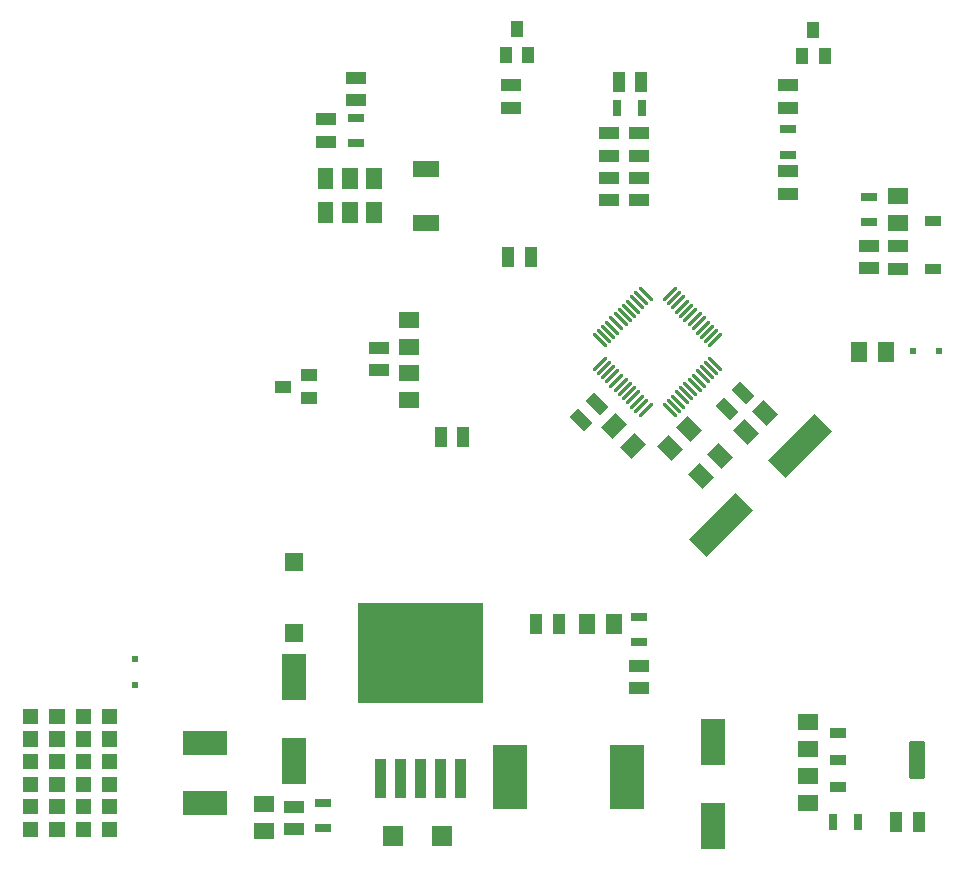
<source format=gbr>
%TF.GenerationSoftware,Altium Limited,Altium Designer,21.8.1 (53)*%
G04 Layer_Color=8421504*
%FSLAX45Y45*%
%MOMM*%
%TF.SameCoordinates,385564F4-8892-4696-B1AD-25C4AC7C7797*%
%TF.FilePolarity,Positive*%
%TF.FileFunction,Paste,Top*%
%TF.Part,Single*%
G01*
G75*
%TA.AperFunction,ConnectorPad*%
%ADD10R,1.00000X1.70000*%
%TA.AperFunction,SMDPad,CuDef*%
%ADD11R,1.52400X1.52400*%
G04:AMPARAMS|DCode=12|XSize=0.28mm|YSize=1.56mm|CornerRadius=0.07mm|HoleSize=0mm|Usage=FLASHONLY|Rotation=225.000|XOffset=0mm|YOffset=0mm|HoleType=Round|Shape=RoundedRectangle|*
%AMROUNDEDRECTD12*
21,1,0.28000,1.42000,0,0,225.0*
21,1,0.14000,1.56000,0,0,225.0*
1,1,0.14000,-0.55154,0.45255*
1,1,0.14000,-0.45255,0.55154*
1,1,0.14000,0.55154,-0.45255*
1,1,0.14000,0.45255,-0.55154*
%
%ADD12ROUNDEDRECTD12*%
G04:AMPARAMS|DCode=13|XSize=0.28mm|YSize=1.56mm|CornerRadius=0.07mm|HoleSize=0mm|Usage=FLASHONLY|Rotation=135.000|XOffset=0mm|YOffset=0mm|HoleType=Round|Shape=RoundedRectangle|*
%AMROUNDEDRECTD13*
21,1,0.28000,1.42000,0,0,135.0*
21,1,0.14000,1.56000,0,0,135.0*
1,1,0.14000,0.45255,0.55154*
1,1,0.14000,0.55154,0.45255*
1,1,0.14000,-0.45255,-0.55154*
1,1,0.14000,-0.55154,-0.45255*
%
%ADD13ROUNDEDRECTD13*%
G04:AMPARAMS|DCode=14|XSize=5.6mm|YSize=2.1mm|CornerRadius=0mm|HoleSize=0mm|Usage=FLASHONLY|Rotation=225.000|XOffset=0mm|YOffset=0mm|HoleType=Round|Shape=Rectangle|*
%AMROTATEDRECTD14*
4,1,4,1.23744,2.72236,2.72236,1.23744,-1.23744,-2.72236,-2.72236,-1.23744,1.23744,2.72236,0.0*
%
%ADD14ROTATEDRECTD14*%

%ADD15R,2.89560X5.41020*%
%ADD19R,1.40000X0.95000*%
%ADD21R,1.40000X1.00000*%
%ADD22R,1.00000X1.40000*%
%ADD23R,1.70000X1.00000*%
%ADD24R,1.44780X0.76200*%
%ADD25R,0.76200X1.44780*%
%ADD26R,1.00000X1.70000*%
%ADD27R,1.70000X1.40000*%
G04:AMPARAMS|DCode=28|XSize=1.4mm|YSize=1.7mm|CornerRadius=0mm|HoleSize=0mm|Usage=FLASHONLY|Rotation=135.000|XOffset=0mm|YOffset=0mm|HoleType=Round|Shape=Rectangle|*
%AMROTATEDRECTD28*
4,1,4,1.09602,0.10607,-0.10607,-1.09602,-1.09602,-0.10607,0.10607,1.09602,1.09602,0.10607,0.0*
%
%ADD28ROTATEDRECTD28*%

G04:AMPARAMS|DCode=29|XSize=1mm|YSize=1.7mm|CornerRadius=0mm|HoleSize=0mm|Usage=FLASHONLY|Rotation=45.000|XOffset=0mm|YOffset=0mm|HoleType=Round|Shape=Rectangle|*
%AMROTATEDRECTD29*
4,1,4,0.24749,-0.95460,-0.95460,0.24749,-0.24749,0.95460,0.95460,-0.24749,0.24749,-0.95460,0.0*
%
%ADD29ROTATEDRECTD29*%

G04:AMPARAMS|DCode=30|XSize=1.4mm|YSize=1.7mm|CornerRadius=0mm|HoleSize=0mm|Usage=FLASHONLY|Rotation=225.000|XOffset=0mm|YOffset=0mm|HoleType=Round|Shape=Rectangle|*
%AMROTATEDRECTD30*
4,1,4,-0.10607,1.09602,1.09602,-0.10607,0.10607,-1.09602,-1.09602,0.10607,-0.10607,1.09602,0.0*
%
%ADD30ROTATEDRECTD30*%

G04:AMPARAMS|DCode=31|XSize=0.93mm|YSize=1.31mm|CornerRadius=0.06975mm|HoleSize=0mm|Usage=FLASHONLY|Rotation=270.000|XOffset=0mm|YOffset=0mm|HoleType=Round|Shape=RoundedRectangle|*
%AMROUNDEDRECTD31*
21,1,0.93000,1.17050,0,0,270.0*
21,1,0.79050,1.31000,0,0,270.0*
1,1,0.13950,-0.58525,-0.39525*
1,1,0.13950,-0.58525,0.39525*
1,1,0.13950,0.58525,0.39525*
1,1,0.13950,0.58525,-0.39525*
%
%ADD31ROUNDEDRECTD31*%
G04:AMPARAMS|DCode=32|XSize=3.24mm|YSize=1.31mm|CornerRadius=0.09825mm|HoleSize=0mm|Usage=FLASHONLY|Rotation=270.000|XOffset=0mm|YOffset=0mm|HoleType=Round|Shape=RoundedRectangle|*
%AMROUNDEDRECTD32*
21,1,3.24000,1.11350,0,0,270.0*
21,1,3.04350,1.31000,0,0,270.0*
1,1,0.19650,-0.55675,-1.52175*
1,1,0.19650,-0.55675,1.52175*
1,1,0.19650,0.55675,1.52175*
1,1,0.19650,0.55675,-1.52175*
%
%ADD32ROUNDEDRECTD32*%
%ADD33R,1.40000X1.70000*%
%ADD34R,2.29000X1.40000*%
%TA.AperFunction,ConnectorPad*%
%ADD36R,1.70000X1.00000*%
%TA.AperFunction,SMDPad,CuDef*%
%ADD37R,3.81000X2.08000*%
%ADD39R,1.80000X1.70000*%
%ADD40R,2.00000X4.00000*%
%ADD142R,0.50000X0.50000*%
%ADD143R,0.50000X0.50000*%
G36*
X3148000Y5679500D02*
X3015000D01*
Y5855500D01*
X3148000D01*
Y5679500D01*
D02*
G37*
G36*
X2942000D02*
X2809000D01*
Y5855500D01*
X2942000D01*
Y5679500D01*
D02*
G37*
G36*
X2736000D02*
X2603000D01*
Y5855500D01*
X2736000D01*
Y5679500D01*
D02*
G37*
G36*
X3148000Y5394500D02*
X3015000D01*
Y5570500D01*
X3148000D01*
Y5394500D01*
D02*
G37*
G36*
X2942000D02*
X2809000D01*
Y5570500D01*
X2942000D01*
Y5394500D01*
D02*
G37*
G36*
X2736000D02*
X2603000D01*
Y5570500D01*
X2736000D01*
Y5394500D01*
D02*
G37*
G36*
X4005000Y1325000D02*
X2945000D01*
Y2175000D01*
X4005000D01*
Y1325000D01*
D02*
G37*
G36*
X908000Y1149100D02*
X777000D01*
Y1279100D01*
X908000D01*
Y1149100D01*
D02*
G37*
G36*
X685000D02*
X554000D01*
Y1279100D01*
X685000D01*
Y1149100D01*
D02*
G37*
G36*
X462000D02*
X331000D01*
Y1279100D01*
X462000D01*
Y1149100D01*
D02*
G37*
G36*
X239000D02*
X108000D01*
Y1279100D01*
X239000D01*
Y1149100D01*
D02*
G37*
G36*
X908000Y958100D02*
X777000D01*
Y1088100D01*
X908000D01*
Y958100D01*
D02*
G37*
G36*
X685000D02*
X554000D01*
Y1088100D01*
X685000D01*
Y958100D01*
D02*
G37*
G36*
X462000D02*
X331000D01*
Y1088100D01*
X462000D01*
Y958100D01*
D02*
G37*
G36*
X239000D02*
X108000D01*
Y1088100D01*
X239000D01*
Y958100D01*
D02*
G37*
G36*
X908000Y767100D02*
X777000D01*
Y897100D01*
X908000D01*
Y767100D01*
D02*
G37*
G36*
X685000D02*
X554000D01*
Y897100D01*
X685000D01*
Y767100D01*
D02*
G37*
G36*
X462000D02*
X331000D01*
Y897100D01*
X462000D01*
Y767100D01*
D02*
G37*
G36*
X239000D02*
X108000D01*
Y897100D01*
X239000D01*
Y767100D01*
D02*
G37*
G36*
X908000Y576100D02*
X777000D01*
Y706100D01*
X908000D01*
Y576100D01*
D02*
G37*
G36*
X685000D02*
X554000D01*
Y706100D01*
X685000D01*
Y576100D01*
D02*
G37*
G36*
X462000D02*
X331000D01*
Y706100D01*
X462000D01*
Y576100D01*
D02*
G37*
G36*
X239000D02*
X108000D01*
Y706100D01*
X239000D01*
Y576100D01*
D02*
G37*
G36*
X3860000Y525000D02*
X3770000D01*
Y855000D01*
X3860000D01*
Y525000D01*
D02*
G37*
G36*
X3690000D02*
X3600000D01*
Y855000D01*
X3690000D01*
Y525000D01*
D02*
G37*
G36*
X3520000D02*
X3430000D01*
Y855000D01*
X3520000D01*
Y525000D01*
D02*
G37*
G36*
X3350000D02*
X3260000D01*
Y855000D01*
X3350000D01*
Y525000D01*
D02*
G37*
G36*
X3180000D02*
X3090000D01*
Y855000D01*
X3180000D01*
Y525000D01*
D02*
G37*
G36*
X908000Y385100D02*
X777000D01*
Y515100D01*
X908000D01*
Y385100D01*
D02*
G37*
G36*
X685000D02*
X554000D01*
Y515100D01*
X685000D01*
Y385100D01*
D02*
G37*
G36*
X462000D02*
X331000D01*
Y515100D01*
X462000D01*
Y385100D01*
D02*
G37*
G36*
X239000D02*
X108000D01*
Y515100D01*
X239000D01*
Y385100D01*
D02*
G37*
G36*
X908000Y194100D02*
X777000D01*
Y324100D01*
X908000D01*
Y194100D01*
D02*
G37*
G36*
X685000D02*
X554000D01*
Y324100D01*
X685000D01*
Y194100D01*
D02*
G37*
G36*
X462000D02*
X331000D01*
Y324100D01*
X462000D01*
Y194100D01*
D02*
G37*
G36*
X239000D02*
X108000D01*
Y324100D01*
X239000D01*
Y194100D01*
D02*
G37*
D10*
X4407920Y5102860D02*
D03*
X4217920D02*
D03*
X4452755Y2000530D02*
D03*
X4642755D02*
D03*
D11*
X2400300Y2521600D02*
D03*
Y1924700D02*
D03*
D12*
X5582436Y3810195D02*
D03*
X5617791Y3845550D02*
D03*
X5653147Y3880906D02*
D03*
X5688502Y3916261D02*
D03*
X5723857Y3951616D02*
D03*
X5759213Y3986972D02*
D03*
X5794568Y4022327D02*
D03*
X5829924Y4057682D02*
D03*
X5865279Y4093038D02*
D03*
X5900633Y4128392D02*
D03*
X5935990Y4163749D02*
D03*
X5971345Y4199104D02*
D03*
X5380204Y4790245D02*
D03*
X5344849Y4754890D02*
D03*
X5309493Y4719534D02*
D03*
X5274138Y4684179D02*
D03*
X5238783Y4648824D02*
D03*
X5203427Y4613468D02*
D03*
X5168072Y4578113D02*
D03*
X5132716Y4542758D02*
D03*
X5097361Y4507402D02*
D03*
X5062007Y4472048D02*
D03*
X5026650Y4436691D02*
D03*
X4991295Y4401336D02*
D03*
D13*
X5971345D02*
D03*
X5935990Y4436691D02*
D03*
X5900634Y4472047D02*
D03*
X5865279Y4507402D02*
D03*
X5829924Y4542757D02*
D03*
X5794568Y4578113D02*
D03*
X5759213Y4613468D02*
D03*
X5723858Y4648824D02*
D03*
X5688502Y4684179D02*
D03*
X5653148Y4719533D02*
D03*
X5617791Y4754890D02*
D03*
X5582436Y4790245D02*
D03*
X4991295Y4199104D02*
D03*
X5026650Y4163749D02*
D03*
X5062006Y4128393D02*
D03*
X5097361Y4093038D02*
D03*
X5132716Y4057683D02*
D03*
X5168072Y4022327D02*
D03*
X5203427Y3986972D02*
D03*
X5238782Y3951616D02*
D03*
X5274138Y3916261D02*
D03*
X5309492Y3880907D02*
D03*
X5344849Y3845550D02*
D03*
X5380204Y3810195D02*
D03*
D14*
X6019204Y2834044D02*
D03*
X6690956Y3505796D02*
D03*
D15*
X4227900Y698500D02*
D03*
X5218500D02*
D03*
D19*
X7813421Y5406192D02*
D03*
Y4999792D02*
D03*
D21*
X2310620Y4008120D02*
D03*
X2530620Y4103120D02*
D03*
Y3913120D02*
D03*
D22*
X6799580Y7026420D02*
D03*
X6894580Y6806420D02*
D03*
X6704580D02*
D03*
X4197600Y6814040D02*
D03*
X4387600D02*
D03*
X4292600Y7034040D02*
D03*
D23*
X6586440Y6366760D02*
D03*
Y6556760D02*
D03*
Y5640760D02*
D03*
Y5830760D02*
D03*
X5320000Y6152340D02*
D03*
Y5962340D02*
D03*
X5070000Y6152340D02*
D03*
Y5962340D02*
D03*
X5067300Y5586980D02*
D03*
Y5776980D02*
D03*
X5320000Y5587340D02*
D03*
Y5777340D02*
D03*
X5325000Y1645000D02*
D03*
Y1455000D02*
D03*
X4236720Y6556760D02*
D03*
Y6366760D02*
D03*
X3125380Y4334840D02*
D03*
Y4144840D02*
D03*
X7515860Y5005320D02*
D03*
Y5195320D02*
D03*
X2675000Y6080000D02*
D03*
Y6270000D02*
D03*
X7266940Y5200400D02*
D03*
Y5010400D02*
D03*
D24*
X6586440Y5972460D02*
D03*
Y6185820D02*
D03*
X7266940Y5400040D02*
D03*
Y5613400D02*
D03*
X2925000Y6281680D02*
D03*
Y6068320D02*
D03*
X5325000Y2056680D02*
D03*
Y1843320D02*
D03*
X2650000Y268320D02*
D03*
Y481680D02*
D03*
D25*
X5133340Y6370320D02*
D03*
X5346700D02*
D03*
X6964020Y322780D02*
D03*
X7177380D02*
D03*
D26*
X5344140Y6590240D02*
D03*
X5154140D02*
D03*
X3646420Y3581400D02*
D03*
X3836420D02*
D03*
X7690700Y322780D02*
D03*
X7500700D02*
D03*
D27*
X6753860Y1168400D02*
D03*
Y939800D02*
D03*
X6756400Y480060D02*
D03*
Y708660D02*
D03*
X3378200Y3891280D02*
D03*
Y4119880D02*
D03*
X3377920Y4345860D02*
D03*
Y4574460D02*
D03*
X7515860Y5392420D02*
D03*
Y5621020D02*
D03*
X2149828Y470049D02*
D03*
Y241449D02*
D03*
D28*
X5110938Y3669842D02*
D03*
X5272582Y3508198D02*
D03*
D29*
X4967970Y3857990D02*
D03*
X4833620Y3723640D02*
D03*
X6206355Y3955915D02*
D03*
X6072005Y3821565D02*
D03*
D30*
X5588000Y3487420D02*
D03*
X5749645Y3649065D02*
D03*
X6225998Y3619958D02*
D03*
X6387642Y3781602D02*
D03*
X5844998Y3254198D02*
D03*
X6006642Y3415842D02*
D03*
D31*
X7007200Y614380D02*
D03*
Y843380D02*
D03*
Y1072380D02*
D03*
D32*
X7676200Y843380D02*
D03*
D33*
X7411720Y4300220D02*
D03*
X7183120D02*
D03*
X4885700Y2000000D02*
D03*
X5114300D02*
D03*
D34*
X3519000Y5853500D02*
D03*
Y5396500D02*
D03*
D36*
X2925000Y6620000D02*
D03*
Y6430000D02*
D03*
X2400000Y261500D02*
D03*
Y451500D02*
D03*
D37*
X1651000Y482600D02*
D03*
Y990600D02*
D03*
D39*
X3655000Y200000D02*
D03*
X3245000D02*
D03*
D40*
X5950000Y1000000D02*
D03*
Y290000D02*
D03*
X2400300Y838800D02*
D03*
Y1548800D02*
D03*
D142*
X1056640Y1480040D02*
D03*
Y1700040D02*
D03*
D143*
X7639540Y4305300D02*
D03*
X7859540D02*
D03*
%TF.MD5,7624c21e10f41cfaebcb54a7e8635888*%
M02*

</source>
